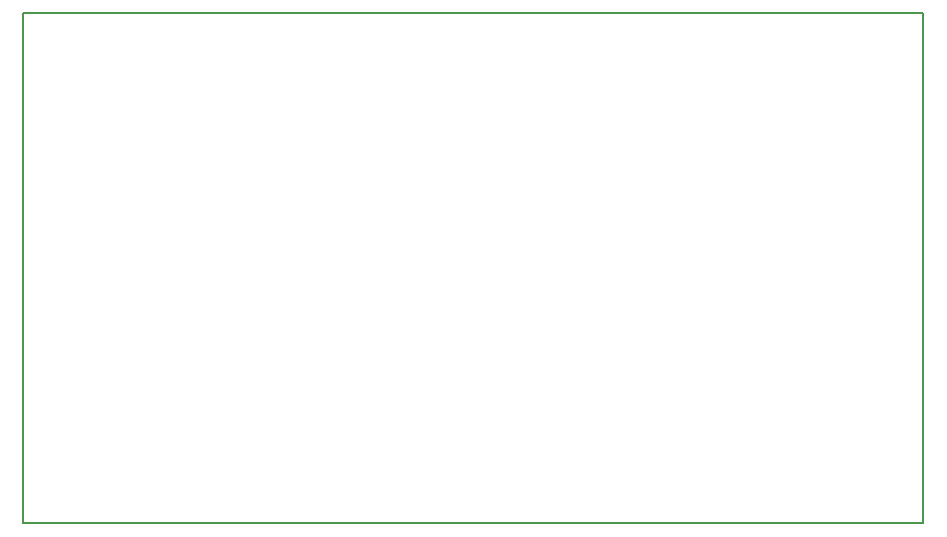
<source format=gbr>
G04 #@! TF.GenerationSoftware,KiCad,Pcbnew,(5.0.0)*
G04 #@! TF.CreationDate,2019-08-26T21:19:05-04:00*
G04 #@! TF.ProjectId,ProMicro-Breakout+RGB,50726F4D6963726F2D427265616B6F75,rev?*
G04 #@! TF.SameCoordinates,Original*
G04 #@! TF.FileFunction,Profile,NP*
%FSLAX46Y46*%
G04 Gerber Fmt 4.6, Leading zero omitted, Abs format (unit mm)*
G04 Created by KiCad (PCBNEW (5.0.0)) date 08/26/19 21:19:05*
%MOMM*%
%LPD*%
G01*
G04 APERTURE LIST*
%ADD10C,0.150000*%
G04 APERTURE END LIST*
D10*
X106680000Y-133350000D02*
X106680000Y-90170000D01*
X182880000Y-133350000D02*
X106680000Y-133350000D01*
X182880000Y-90170000D02*
X182880000Y-133350000D01*
X106680000Y-90170000D02*
X182880000Y-90170000D01*
M02*

</source>
